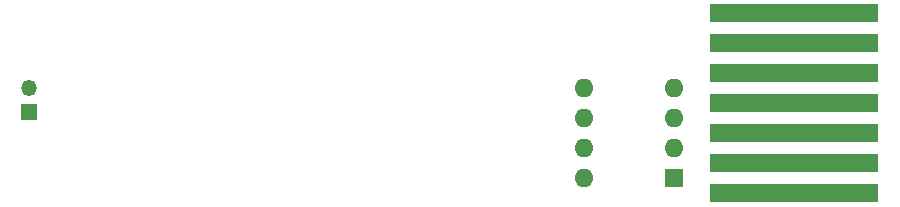
<source format=gbr>
%TF.GenerationSoftware,KiCad,Pcbnew,8.0.4*%
%TF.CreationDate,2024-11-18T10:32:11-08:00*%
%TF.ProjectId,Channel,4368616e-6e65-46c2-9e6b-696361645f70,rev?*%
%TF.SameCoordinates,Original*%
%TF.FileFunction,Soldermask,Bot*%
%TF.FilePolarity,Negative*%
%FSLAX46Y46*%
G04 Gerber Fmt 4.6, Leading zero omitted, Abs format (unit mm)*
G04 Created by KiCad (PCBNEW 8.0.4) date 2024-11-18 10:32:11*
%MOMM*%
%LPD*%
G01*
G04 APERTURE LIST*
%ADD10R,1.600000X1.600000*%
%ADD11O,1.600000X1.600000*%
%ADD12R,1.350000X1.350000*%
%ADD13O,1.350000X1.350000*%
%ADD14R,14.300000X1.500000*%
G04 APERTURE END LIST*
D10*
%TO.C,U6*%
X134610000Y-87620000D03*
D11*
X134610000Y-85080000D03*
X134610000Y-82540000D03*
X134610000Y-80000000D03*
X126990000Y-80000000D03*
X126990000Y-82540000D03*
X126990000Y-85080000D03*
X126990000Y-87620000D03*
%TD*%
D12*
%TO.C,J1*%
X80010000Y-82010000D03*
D13*
X80010000Y-80010000D03*
%TD*%
D14*
%TO.C,J2*%
X144780000Y-73660000D03*
X144780000Y-76200000D03*
X144780000Y-78740000D03*
X144780000Y-81280000D03*
X144780000Y-83820000D03*
X144780000Y-86360000D03*
X144780000Y-88900000D03*
%TD*%
M02*

</source>
